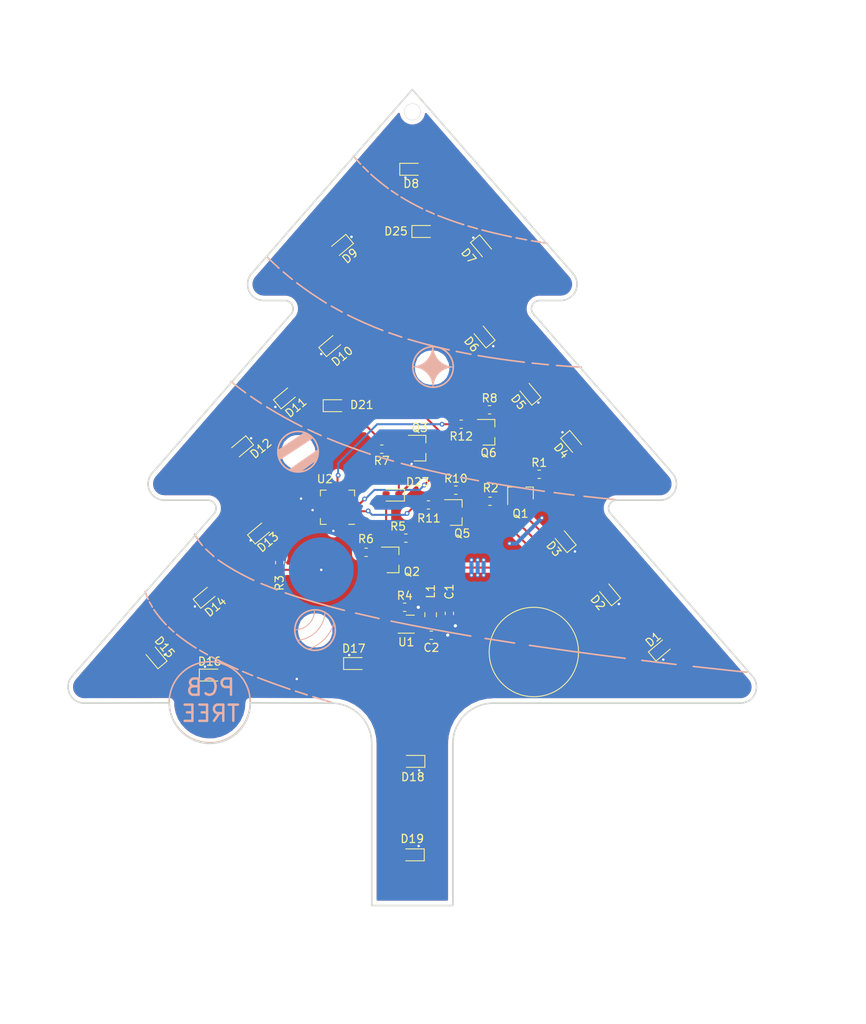
<source format=kicad_pcb>
(kicad_pcb (version 20171130) (host pcbnew "(5.1.6)-1")
  (layers (0 F.Cu signal) (31 B.Cu signal) (34 B.Paste user) (35 F.Paste user) (36 B.SilkS user) (37 F.SilkS user) (38 B.Mask user) (39 F.Mask user) (44 Edge.Cuts user))
  (net 0 "")
  (net 1 GND)
  (net 2 "Net-(C1-Pad1)")
  (net 3 +3V3)
  (net 4 "Net-(D1-Pad2)")
  (net 5 "Net-(L1-Pad2)")
  (net 6 "Net-(Q1-Pad3)")
  (net 7 "Net-(Q1-Pad1)")
  (net 8 "Net-(Q2-Pad3)")
  (net 9 "Net-(Q2-Pad1)")
  (net 10 "Net-(Q3-Pad1)")
  (net 11 "Net-(Q5-Pad3)")
  (net 12 "Net-(Q5-Pad1)")
  (net 13 "Net-(Q6-Pad1)")
  (net 14 ROW_A)
  (net 15 "Net-(R4-Pad1)")
  (net 16 ROW_B)
  (net 17 ROW_C)
  (net 18 COL_1)
  (net 19 COL_2)
  (net 20 "Net-(U2-Pad19)")
  (net 21 "Net-(U2-Pad16)")
  (net 22 "Net-(U2-Pad13)")
  (net 23 "Net-(U2-Pad11)")
  (net 24 "Net-(U2-Pad10)")
  (net 25 "Net-(U2-Pad9)")
  (net 26 "Net-(U2-Pad7)")
  (net 27 "Net-(U2-Pad5)")
  (net 28 "Net-(U2-Pad3)")
  (net 29 "Net-(U2-Pad1)")
  (net 30 "Net-(D20-Pad2)")
  (net 31 "Net-(D21-Pad1)")
  (net 32 "Net-(D22-Pad2)")
  (net 33 "Net-(D24-Pad2)")
  (net 34 "Net-(Q6-Pad3)")
  (net 35 ARRAY)
  (net 36 "Net-(R3-Pad2)")
  (net 37 "Net-(R3-Pad1)")
  (module TestPoint:TestPoint_Pad_D1.0mm (layer F.Cu) (at 163.4236 102.362)
    (fp_text reference TP7 hide)
    (fp_text value PASS_ROWC)
    (pad 1 smd circle (at 0 0) (size 1 1) (layers F.Cu F.Mask) (net 33 "Net-(D24-Pad2)"))
  )
  (module TestPoint:TestPoint_Pad_D1.0mm (layer F.Cu) (at 160.8836 102.362)
    (fp_text reference TP3 hide)
    (fp_text value PASS_ROWA)
    (pad 1 smd circle (at 0 0) (size 1 1) (layers F.Cu F.Mask) (net 30 "Net-(D20-Pad2)"))
  )
  (module TestPoint:TestPoint_Pad_D1.0mm (layer F.Cu) (at 158.3436 102.362)
    (fp_text reference TP6 hide)
    (fp_text value PASS_ROWB)
    (pad 1 smd circle (at 0 0) (size 1 1) (layers F.Cu F.Mask) (net 32 "Net-(D22-Pad2)"))
  )
  (module TestPoint:TestPoint_Pad_D1.0mm (layer F.Cu) (at 123.2916 102.3112)
    (fp_text reference TP5 hide)
    (fp_text value PASS_VCC)
    (pad 1 smd circle (at 0 0) (size 1 1) (layers F.Cu F.Mask) (net 3 +3V3))
  )
  (module TestPoint:TestPoint_Pad_D1.0mm (layer F.Cu) (at 120.7516 102.3112)
    (fp_text reference TP4 hide)
    (fp_text value PASS_GND)
    (pad 1 smd circle (at 0 0) (size 1 1) (layers F.Cu F.Mask) (net 1 GND))
  )
  (module TestPoint:TestPoint_Pad_D1.0mm (layer F.Cu) (at 118.11 102.2604)
    (fp_text reference TP8 hide)
    (fp_text value PASS_COL2)
    (pad 1 smd circle (at 0 0) (size 1 1) (layers F.Cu F.Mask) (net 19 COL_2))
  )
  (module TestPoint:TestPoint_Pad_D4.0mm (layer B.Cu) (at 123.7742 88.8746 180)
    (fp_text reference TP2 hide)
    (fp_text value "Mode Select")
    (pad 1 smd circle (at 0 0 180) (size 8 8) (layers B.Cu) (net 36 "Net-(R3-Pad2)"))
  )
  (module "Selfmade Stuff:Tree_Mid" (layer F.Cu) (at 131.4958 35.6362)
    (fp_text reference REF** hide)
    (fp_text value Tree_Mid)
    (pad 1 smd circle (at 2.2098 0.0254) (size 0.5 0.5) (layers F.Cu))
  )
  (module TestPoint:TestPoint_Pad_D4.0mm (layer F.Cu) (at 150.0124 99.0092)
    (fp_text reference TP1 hide)
    (fp_text value BATT+)
    (pad 1 smd circle (at 0 0) (size 10 10) (layers F.Cu F.Mask) (net 2 "Net-(C1-Pad1)"))
  )
  (module Resistor_SMD:R_0603_1608Metric (layer F.Cu) (at 141.0461 70.9168 180)
    (fp_text reference R12 (at 0 -1.4986) (layer F.SilkS))
    (fp_text value 1k)
    (pad 2 smd roundrect (at 0.7875 0 180) (size 0.875 0.95) (layers F.Cu F.Paste F.Mask) (net 17 ROW_C))
    (pad 1 smd roundrect (at -0.7875 0 180) (size 0.875 0.95) (layers F.Cu F.Paste F.Mask) (net 13 "Net-(Q6-Pad1)"))
  )
  (module Resistor_SMD:R_0603_1608Metric (layer F.Cu) (at 144.5513 69.1388)
    (fp_text reference R8 (at 0 -1.43) (layer F.SilkS))
    (fp_text value 56R)
    (pad 2 smd roundrect (at 0.7875 0) (size 0.875 0.95) (layers F.Cu F.Paste F.Mask) (net 3 +3V3))
    (pad 1 smd roundrect (at -0.7875 0) (size 0.875 0.95) (layers F.Cu F.Paste F.Mask) (net 34 "Net-(Q6-Pad3)"))
  )
  (module Resistor_SMD:R_0603_1608Metric (layer F.Cu) (at 129.3115 86.7156 180)
    (fp_text reference R6 (at 0.0255 1.651) (layer F.SilkS))
    (fp_text value 1k)
    (pad 2 smd roundrect (at 0.7875 0 180) (size 0.875 0.95) (layers F.Cu F.Paste F.Mask) (net 16 ROW_B))
    (pad 1 smd roundrect (at -0.7875 0 180) (size 0.875 0.95) (layers F.Cu F.Paste F.Mask) (net 9 "Net-(Q2-Pad1)"))
  )
  (module Resistor_SMD:R_0603_1608Metric (layer F.Cu) (at 134.2135 84.963)
    (fp_text reference R5 (at -0.9651 -1.4478) (layer F.SilkS))
    (fp_text value 56R)
    (pad 2 smd roundrect (at 0.7875 0) (size 0.875 0.95) (layers F.Cu F.Paste F.Mask) (net 3 +3V3))
    (pad 1 smd roundrect (at -0.7875 0) (size 0.875 0.95) (layers F.Cu F.Paste F.Mask) (net 8 "Net-(Q2-Pad3)"))
  )
  (module Resistor_SMD:R_0603_1608Metric (layer F.Cu) (at 118.6434 87.9857 270)
    (fp_text reference R3 (at 2.5145 0.0254 90) (layer F.SilkS))
    (fp_text value 1k)
    (pad 2 smd roundrect (at 0.7875 0 270) (size 0.875 0.95) (layers F.Cu F.Paste F.Mask) (net 36 "Net-(R3-Pad2)"))
    (pad 1 smd roundrect (at -0.7875 0 270) (size 0.875 0.95) (layers F.Cu F.Paste F.Mask) (net 37 "Net-(R3-Pad1)"))
  )
  (module Package_TO_SOT_SMD:SOT-23 (layer F.Cu) (at 144.4404 71.9074)
    (fp_text reference Q6 (at -0.016 2.54) (layer F.SilkS))
    (fp_text value Q_NMOS_GSD)
    (pad 3 smd rect (at 1 0) (size 0.9 0.8) (layers F.Cu F.Paste F.Mask) (net 34 "Net-(Q6-Pad3)"))
    (pad 2 smd rect (at -1 0.95) (size 0.9 0.8) (layers F.Cu F.Paste F.Mask) (net 33 "Net-(D24-Pad2)"))
    (pad 1 smd rect (at -1 -0.95) (size 0.9 0.8) (layers F.Cu F.Paste F.Mask) (net 13 "Net-(Q6-Pad1)"))
  )
  (module Package_TO_SOT_SMD:SOT-23 (layer F.Cu) (at 132.6034 87.6502)
    (fp_text reference Q2 (at 2.3468 1.453) (layer F.SilkS))
    (fp_text value Q_NMOS_GSD)
    (pad 3 smd rect (at 1 0) (size 0.9 0.8) (layers F.Cu F.Paste F.Mask) (net 8 "Net-(Q2-Pad3)"))
    (pad 2 smd rect (at -1 0.95) (size 0.9 0.8) (layers F.Cu F.Paste F.Mask) (net 32 "Net-(D22-Pad2)"))
    (pad 1 smd rect (at -1 -0.95) (size 0.9 0.8) (layers F.Cu F.Paste F.Mask) (net 9 "Net-(Q2-Pad1)"))
  )
  (module Package_DFN_QFN:UQFN-20-1EP_4x4mm_P0.5mm_EP2.8x2.8mm (layer F.Cu) (at 125.7808 81.153 180)
    (fp_text reference U2 (at 1.5494 3.4798) (layer F.SilkS))
    (fp_text value PIC16F18344-GZ)
    (pad 21 smd rect (at 0 0 180) (size 2.8 2.8) (layers F.Cu F.Mask))
    (pad 20 smd roundrect (at -1 -1.975 180) (size 0.25 0.75) (layers F.Cu F.Paste F.Mask) (net 16 ROW_B))
    (pad 19 smd roundrect (at -0.5 -1.975 180) (size 0.25 0.75) (layers F.Cu F.Paste F.Mask) (net 20 "Net-(U2-Pad19)"))
    (pad 18 smd roundrect (at 0 -1.975 180) (size 0.25 0.75) (layers F.Cu F.Paste F.Mask) (net 3 +3V3))
    (pad 17 smd roundrect (at 0.5 -1.975 180) (size 0.25 0.75) (layers F.Cu F.Paste F.Mask) (net 1 GND))
    (pad 16 smd roundrect (at 1 -1.975 180) (size 0.25 0.75) (layers F.Cu F.Paste F.Mask) (net 21 "Net-(U2-Pad16)"))
    (pad 15 smd roundrect (at 1.975 -1 180) (size 0.75 0.25) (layers F.Cu F.Paste F.Mask) (net 37 "Net-(R3-Pad1)"))
    (pad 14 smd roundrect (at 1.975 -0.5 180) (size 0.75 0.25) (layers F.Cu F.Paste F.Mask) (net 1 GND))
    (pad 13 smd roundrect (at 1.975 0 180) (size 0.75 0.25) (layers F.Cu F.Paste F.Mask) (net 22 "Net-(U2-Pad13)"))
    (pad 12 smd roundrect (at 1.975 0.5 180) (size 0.75 0.25) (layers F.Cu F.Paste F.Mask) (net 19 COL_2))
    (pad 11 smd roundrect (at 1.975 1 180) (size 0.75 0.25) (layers F.Cu F.Paste F.Mask) (net 23 "Net-(U2-Pad11)"))
    (pad 10 smd roundrect (at 1 1.975 180) (size 0.25 0.75) (layers F.Cu F.Paste F.Mask) (net 24 "Net-(U2-Pad10)"))
    (pad 9 smd roundrect (at 0.5 1.975 180) (size 0.25 0.75) (layers F.Cu F.Paste F.Mask) (net 25 "Net-(U2-Pad9)"))
    (pad 8 smd roundrect (at 0 1.975 180) (size 0.25 0.75) (layers F.Cu F.Paste F.Mask) (net 17 ROW_C))
    (pad 7 smd roundrect (at -0.5 1.975 180) (size 0.25 0.75) (layers F.Cu F.Paste F.Mask) (net 26 "Net-(U2-Pad7)"))
    (pad 6 smd roundrect (at -1 1.975 180) (size 0.25 0.75) (layers F.Cu F.Paste F.Mask) (net 18 COL_1))
    (pad 5 smd roundrect (at -1.975 1 180) (size 0.75 0.25) (layers F.Cu F.Paste F.Mask) (net 27 "Net-(U2-Pad5)"))
    (pad 4 smd roundrect (at -1.975 0.5 180) (size 0.75 0.25) (layers F.Cu F.Paste F.Mask) (net 35 ARRAY))
    (pad 3 smd roundrect (at -1.975 0 180) (size 0.75 0.25) (layers F.Cu F.Paste F.Mask) (net 28 "Net-(U2-Pad3)"))
    (pad 2 smd roundrect (at -1.975 -0.5 180) (size 0.75 0.25) (layers F.Cu F.Paste F.Mask) (net 14 ROW_A))
    (pad 1 smd roundrect (at -1.975 -1 180) (size 0.75 0.25) (layers F.Cu F.Paste F.Mask) (net 29 "Net-(U2-Pad1)"))
  )
  (module Package_SON:WSON-6-1EP_2x2mm_P0.65mm_EP1x1.6mm (layer F.Cu) (at 134.263 95.577)
    (fp_text reference U1 (at 0.0014 2.213) (layer F.SilkS))
    (fp_text value TPS61260)
    (pad 7 smd rect (at 0 0) (size 1 1.6) (layers F.Cu F.Mask))
    (pad 6 smd roundrect (at 0.8875 -0.65) (size 0.375 0.4) (layers F.Cu F.Paste F.Mask) (net 2 "Net-(C1-Pad1)"))
    (pad 5 smd roundrect (at 0.8875 0) (size 0.375 0.4) (layers F.Cu F.Paste F.Mask) (net 5 "Net-(L1-Pad2)"))
    (pad 4 smd roundrect (at 0.8875 0.65) (size 0.375 0.4) (layers F.Cu F.Paste F.Mask) (net 3 +3V3))
    (pad 3 smd roundrect (at -0.8875 0.65) (size 0.375 0.4) (layers F.Cu F.Paste F.Mask) (net 3 +3V3))
    (pad 2 smd roundrect (at -0.8875 0) (size 0.375 0.4) (layers F.Cu F.Paste F.Mask) (net 2 "Net-(C1-Pad1)"))
    (pad 1 smd roundrect (at -0.8875 -0.65) (size 0.375 0.4) (layers F.Cu F.Paste F.Mask) (net 15 "Net-(R4-Pad1)"))
  )
  (module Resistor_SMD:R_0603_1608Metric (layer F.Cu) (at 136.9995 80.8676 180)
    (fp_text reference R11 (at -0.0589 -1.657) (layer F.SilkS))
    (fp_text value 1k)
    (pad 2 smd roundrect (at 0.7875 0 180) (size 0.875 0.95) (layers F.Cu F.Paste F.Mask) (net 14 ROW_A))
    (pad 1 smd roundrect (at -0.7875 0 180) (size 0.875 0.95) (layers F.Cu F.Paste F.Mask) (net 12 "Net-(Q5-Pad1)"))
  )
  (module Resistor_SMD:R_0603_1608Metric (layer F.Cu) (at 140.3857 79.0448)
    (fp_text reference R10 (at 0 -1.43) (layer F.SilkS))
    (fp_text value 56R)
    (pad 2 smd roundrect (at 0.7875 0) (size 0.875 0.95) (layers F.Cu F.Paste F.Mask) (net 3 +3V3))
    (pad 1 smd roundrect (at -0.7875 0) (size 0.875 0.95) (layers F.Cu F.Paste F.Mask) (net 11 "Net-(Q5-Pad3)"))
  )
  (module Resistor_SMD:R_0603_1608Metric (layer F.Cu) (at 131.2419 73.9902 180)
    (fp_text reference R7 (at 0 -1.43) (layer F.SilkS))
    (fp_text value 1k)
    (pad 2 smd roundrect (at 0.7875 0 180) (size 0.875 0.95) (layers F.Cu F.Paste F.Mask) (net 18 COL_1))
    (pad 1 smd roundrect (at -0.7875 0 180) (size 0.875 0.95) (layers F.Cu F.Paste F.Mask) (net 10 "Net-(Q3-Pad1)"))
  )
  (module Resistor_SMD:R_0603_1608Metric (layer F.Cu) (at 134.0762 93.4924)
    (fp_text reference R4 (at 0 -1.43) (layer F.SilkS))
    (fp_text value 1k)
    (pad 2 smd roundrect (at 0.7875 0) (size 0.875 0.95) (layers F.Cu F.Paste F.Mask) (net 1 GND))
    (pad 1 smd roundrect (at -0.7875 0) (size 0.875 0.95) (layers F.Cu F.Paste F.Mask) (net 15 "Net-(R4-Pad1)"))
  )
  (module Resistor_SMD:R_0603_1608Metric (layer F.Cu) (at 144.6022 80.4164 180)
    (fp_text reference R2 (at -0.0762 1.6256) (layer F.SilkS))
    (fp_text value 1k)
    (pad 2 smd roundrect (at 0.7875 0 180) (size 0.875 0.95) (layers F.Cu F.Paste F.Mask) (net 35 ARRAY))
    (pad 1 smd roundrect (at -0.7875 0 180) (size 0.875 0.95) (layers F.Cu F.Paste F.Mask) (net 7 "Net-(Q1-Pad1)"))
  )
  (module Resistor_SMD:R_0603_1608Metric (layer F.Cu) (at 150.6727 77.089)
    (fp_text reference R1 (at 0 -1.43) (layer F.SilkS))
    (fp_text value 56R)
    (pad 2 smd roundrect (at 0.7875 0) (size 0.875 0.95) (layers F.Cu F.Paste F.Mask) (net 3 +3V3))
    (pad 1 smd roundrect (at -0.7875 0) (size 0.875 0.95) (layers F.Cu F.Paste F.Mask) (net 6 "Net-(Q1-Pad3)"))
  )
  (module Package_TO_SOT_SMD:SOT-23 (layer F.Cu) (at 140.3968 81.8034)
    (fp_text reference Q5 (at 0.7764 2.5754) (layer F.SilkS))
    (fp_text value Q_NMOS_GSD)
    (pad 3 smd rect (at 1 0) (size 0.9 0.8) (layers F.Cu F.Paste F.Mask) (net 11 "Net-(Q5-Pad3)"))
    (pad 2 smd rect (at -1 0.95) (size 0.9 0.8) (layers F.Cu F.Paste F.Mask) (net 30 "Net-(D20-Pad2)"))
    (pad 1 smd rect (at -1 -0.95) (size 0.9 0.8) (layers F.Cu F.Paste F.Mask) (net 12 "Net-(Q5-Pad1)"))
  )
  (module Package_TO_SOT_SMD:SOT-23 (layer F.Cu) (at 135.9278 73.8646)
    (fp_text reference Q3 (at 0 -2.5) (layer F.SilkS))
    (fp_text value Q_NMOS_GSD)
    (pad 3 smd rect (at 1 0) (size 0.9 0.8) (layers F.Cu F.Paste F.Mask) (net 31 "Net-(D21-Pad1)"))
    (pad 2 smd rect (at -1 0.95) (size 0.9 0.8) (layers F.Cu F.Paste F.Mask) (net 1 GND))
    (pad 1 smd rect (at -1 -0.95) (size 0.9 0.8) (layers F.Cu F.Paste F.Mask) (net 10 "Net-(Q3-Pad1)"))
  )
  (module Package_TO_SOT_SMD:SOT-23 (layer F.Cu) (at 148.3614 79.4258 90)
    (fp_text reference Q1 (at -2.5146 0 180) (layer F.SilkS))
    (fp_text value Q_NMOS_GSD)
    (pad 3 smd rect (at 1 0 90) (size 0.9 0.8) (layers F.Cu F.Paste F.Mask) (net 6 "Net-(Q1-Pad3)"))
    (pad 2 smd rect (at -1 0.95 90) (size 0.9 0.8) (layers F.Cu F.Paste F.Mask) (net 4 "Net-(D1-Pad2)"))
    (pad 1 smd rect (at -1 -0.95 90) (size 0.9 0.8) (layers F.Cu F.Paste F.Mask) (net 7 "Net-(Q1-Pad1)"))
  )
  (module Inductor_SMD:L_0805_2012Metric (layer F.Cu) (at 137.2766 94.4091 270)
    (fp_text reference L1 (at -2.8725 0 90) (layer F.SilkS))
    (fp_text value 4.7µ)
    (pad 2 smd roundrect (at 0.9375 0 270) (size 0.975 1.4) (layers F.Cu F.Paste F.Mask) (net 5 "Net-(L1-Pad2)"))
    (pad 1 smd roundrect (at -0.9375 0 270) (size 0.975 1.4) (layers F.Cu F.Paste F.Mask) (net 2 "Net-(C1-Pad1)"))
  )
  (module LED_SMD:LED_0603_1608Metric (layer F.Cu) (at 136.4488 47.1424)
    (fp_text reference D25 (at -3.4544 -0.0254) (layer F.SilkS))
    (fp_text value LED_Small)
    (pad 2 smd roundrect (at 0.7875 0) (size 0.875 0.95) (layers F.Cu F.Paste F.Mask) (net 33 "Net-(D24-Pad2)"))
    (pad 1 smd roundrect (at -0.7875 0) (size 0.875 0.95) (layers F.Cu F.Paste F.Mask) (net 31 "Net-(D21-Pad1)"))
  )
  (module LED_SMD:LED_0603_1608Metric (layer F.Cu) (at 132.5625 79.6544 180)
    (fp_text reference D23 (at -3.1243 1.6002) (layer F.SilkS))
    (fp_text value LED_Small)
    (pad 2 smd roundrect (at 0.7875 0 180) (size 0.875 0.95) (layers F.Cu F.Paste F.Mask) (net 32 "Net-(D22-Pad2)"))
    (pad 1 smd roundrect (at -0.7875 0 180) (size 0.875 0.95) (layers F.Cu F.Paste F.Mask) (net 31 "Net-(D21-Pad1)"))
  )
  (module LED_SMD:LED_0603_1608Metric (layer F.Cu) (at 125.5013 68.6308)
    (fp_text reference D21 (at 3.2767 -0.1016) (layer F.SilkS))
    (fp_text value LED_Small)
    (pad 2 smd roundrect (at 0.7875 0) (size 0.875 0.95) (layers F.Cu F.Paste F.Mask) (net 30 "Net-(D20-Pad2)"))
    (pad 1 smd roundrect (at -0.7875 0) (size 0.875 0.95) (layers F.Cu F.Paste F.Mask) (net 31 "Net-(D21-Pad1)"))
  )
  (module LED_SMD:LED_0603_1608Metric (layer F.Cu) (at 135.001 124.0282 180)
    (fp_text reference D19 (at 0 1.9812) (layer F.SilkS))
    (fp_text value LED_Small)
    (pad 2 smd roundrect (at 0.7875 0 180) (size 0.875 0.95) (layers F.Cu F.Paste F.Mask) (net 4 "Net-(D1-Pad2)"))
    (pad 1 smd roundrect (at -0.7875 0 180) (size 0.875 0.95) (layers F.Cu F.Paste F.Mask) (net 1 GND))
  )
  (module LED_SMD:LED_0603_1608Metric (layer F.Cu) (at 135.0772 112.4966 180)
    (fp_text reference D18 (at 0 -1.9304) (layer F.SilkS))
    (fp_text value LED_Small)
    (pad 2 smd roundrect (at 0.7875 0 180) (size 0.875 0.95) (layers F.Cu F.Paste F.Mask) (net 4 "Net-(D1-Pad2)"))
    (pad 1 smd roundrect (at -0.7875 0 180) (size 0.875 0.95) (layers F.Cu F.Paste F.Mask) (net 1 GND))
  )
  (module LED_SMD:LED_0603_1608Metric (layer F.Cu) (at 128.016 100.4316)
    (fp_text reference D17 (at -0.2286 -1.8542) (layer F.SilkS))
    (fp_text value LED_Small)
    (pad 2 smd roundrect (at 0.7875 0) (size 0.875 0.95) (layers F.Cu F.Paste F.Mask) (net 4 "Net-(D1-Pad2)"))
    (pad 1 smd roundrect (at -0.7875 0) (size 0.875 0.95) (layers F.Cu F.Paste F.Mask) (net 1 GND))
  )
  (module LED_SMD:LED_0603_1608Metric (layer F.Cu) (at 110.2105 101.854)
    (fp_text reference D16 (at -0.2031 -1.6764) (layer F.SilkS))
    (fp_text value LED_Small)
    (pad 2 smd roundrect (at 0.7875 0) (size 0.875 0.95) (layers F.Cu F.Paste F.Mask) (net 4 "Net-(D1-Pad2)"))
    (pad 1 smd roundrect (at -0.7875 0) (size 0.875 0.95) (layers F.Cu F.Paste F.Mask) (net 1 GND))
  )
  (module LED_SMD:LED_0603_1608Metric (layer F.Cu) (at 103.2256 99.4664 130)
    (fp_text reference D15 (at 0.03353 1.619687 130) (layer F.SilkS))
    (fp_text value LED_Small)
    (pad 2 smd roundrect (at 0.7875 0 130) (size 0.875 0.95) (layers F.Cu F.Paste F.Mask) (net 4 "Net-(D1-Pad2)"))
    (pad 1 smd roundrect (at -0.7875 0 130) (size 0.875 0.95) (layers F.Cu F.Paste F.Mask) (net 1 GND))
  )
  (module LED_SMD:LED_0603_1608Metric (layer F.Cu) (at 109.5756 92.1004 40)
    (fp_text reference D14 (at 0.010268 1.765955 40) (layer F.SilkS))
    (fp_text value LED_Small)
    (pad 2 smd roundrect (at 0.7875 0 40) (size 0.875 0.95) (layers F.Cu F.Paste F.Mask) (net 4 "Net-(D1-Pad2)"))
    (pad 1 smd roundrect (at -0.7875 0 40) (size 0.875 0.95) (layers F.Cu F.Paste F.Mask) (net 1 GND))
  )
  (module LED_SMD:LED_0603_1608Metric (layer F.Cu) (at 116.28754 84.173795 40)
    (fp_text reference D13 (at -0.138213 1.577406 40) (layer F.SilkS))
    (fp_text value LED_Small)
    (pad 2 smd roundrect (at 0.7875 0 40) (size 0.875 0.95) (layers F.Cu F.Paste F.Mask) (net 4 "Net-(D1-Pad2)"))
    (pad 1 smd roundrect (at -0.7875 0 40) (size 0.875 0.95) (layers F.Cu F.Paste F.Mask) (net 1 GND))
  )
  (module LED_SMD:LED_0603_1608Metric (layer F.Cu) (at 113.79834 73.861395 220)
    (fp_text reference D12 (at -1.907082 -1.668903 40) (layer F.SilkS))
    (fp_text value LED_Small)
    (pad 2 smd roundrect (at 0.7875 0 220) (size 0.875 0.95) (layers F.Cu F.Paste F.Mask) (net 4 "Net-(D1-Pad2)"))
    (pad 1 smd roundrect (at -0.7875 0 220) (size 0.875 0.95) (layers F.Cu F.Paste F.Mask) (net 1 GND))
  )
  (module LED_SMD:LED_0603_1608Metric (layer F.Cu) (at 119.48794 67.511395 40)
    (fp_text reference D11 (at 0.023709 1.77959 40) (layer F.SilkS))
    (fp_text value LED_Small)
    (pad 2 smd roundrect (at 0.7875 0 40) (size 0.875 0.95) (layers F.Cu F.Paste F.Mask) (net 4 "Net-(D1-Pad2)"))
    (pad 1 smd roundrect (at -0.7875 0 40) (size 0.875 0.95) (layers F.Cu F.Paste F.Mask) (net 1 GND))
  )
  (module LED_SMD:LED_0603_1608Metric (layer F.Cu) (at 125.07594 61.059795 40)
    (fp_text reference D10 (at 0.039362 1.958511 40) (layer F.SilkS))
    (fp_text value LED_Small)
    (pad 2 smd roundrect (at 0.7875 0 40) (size 0.875 0.95) (layers F.Cu F.Paste F.Mask) (net 4 "Net-(D1-Pad2)"))
    (pad 1 smd roundrect (at -0.7875 0 40) (size 0.875 0.95) (layers F.Cu F.Paste F.Mask) (net 1 GND))
  )
  (module LED_SMD:LED_0603_1608Metric (layer F.Cu) (at 126.14274 49.020195 220)
    (fp_text reference D9 (at -0.173781 -1.640256 40) (layer F.SilkS))
    (fp_text value LED_Small)
    (pad 2 smd roundrect (at 0.7875 0 220) (size 0.875 0.95) (layers F.Cu F.Paste F.Mask) (net 4 "Net-(D1-Pad2)"))
    (pad 1 smd roundrect (at -0.7875 0 220) (size 0.875 0.95) (layers F.Cu F.Paste F.Mask) (net 1 GND))
  )
  (module LED_SMD:LED_0603_1608Metric (layer F.Cu) (at 134.9501 39.4716)
    (fp_text reference D8 (at -0.0761 1.778) (layer F.SilkS))
    (fp_text value LED_Small)
    (pad 2 smd roundrect (at 0.7875 0) (size 0.875 0.95) (layers F.Cu F.Paste F.Mask) (net 4 "Net-(D1-Pad2)"))
    (pad 1 smd roundrect (at -0.7875 0) (size 0.875 0.95) (layers F.Cu F.Paste F.Mask) (net 1 GND))
  )
  (module LED_SMD:LED_0603_1608Metric (layer F.Cu) (at 143.7132 49.1744 310)
    (fp_text reference D7 (at -0.367706 1.979315 130) (layer F.SilkS))
    (fp_text value LED_Small)
    (pad 2 smd roundrect (at 0.7875 0 310) (size 0.875 0.95) (layers F.Cu F.Paste F.Mask) (net 4 "Net-(D1-Pad2)"))
    (pad 1 smd roundrect (at -0.7875 0 310) (size 0.875 0.95) (layers F.Cu F.Paste F.Mask) (net 1 GND))
  )
  (module LED_SMD:LED_0603_1608Metric (layer F.Cu) (at 143.7132 59.8932 130)
    (fp_text reference D6 (at 0.002928 -1.821197 130) (layer F.SilkS))
    (fp_text value LED_Small)
    (pad 2 smd roundrect (at 0.7875 0 130) (size 0.875 0.95) (layers F.Cu F.Paste F.Mask) (net 4 "Net-(D1-Pad2)"))
    (pad 1 smd roundrect (at -0.7875 0 130) (size 0.875 0.95) (layers F.Cu F.Paste F.Mask) (net 1 GND))
  )
  (module LED_SMD:LED_0603_1608Metric (layer F.Cu) (at 149.3774 66.96074 130)
    (fp_text reference D5 (at -0.112764 -1.752488 130) (layer F.SilkS))
    (fp_text value LED_Small)
    (pad 2 smd roundrect (at 0.7875 0 130) (size 0.875 0.95) (layers F.Cu F.Paste F.Mask) (net 4 "Net-(D1-Pad2)"))
    (pad 1 smd roundrect (at -0.7875 0 130) (size 0.875 0.95) (layers F.Cu F.Paste F.Mask) (net 1 GND))
  )
  (module LED_SMD:LED_0603_1608Metric (layer F.Cu) (at 154.836595 73.29806 310)
    (fp_text reference D4 (at -0.243597 1.68321 130) (layer F.SilkS))
    (fp_text value LED_Small)
    (pad 2 smd roundrect (at 0.7875 0 310) (size 0.875 0.95) (layers F.Cu F.Paste F.Mask) (net 4 "Net-(D1-Pad2)"))
    (pad 1 smd roundrect (at -0.7875 0 310) (size 0.875 0.95) (layers F.Cu F.Paste F.Mask) (net 1 GND))
  )
  (module LED_SMD:LED_0603_1608Metric (layer F.Cu) (at 153.7208 85.1408 130)
    (fp_text reference D3 (at -0.075575 -1.688125 130) (layer F.SilkS))
    (fp_text value LED_Small)
    (pad 2 smd roundrect (at 0.7875 0 130) (size 0.875 0.95) (layers F.Cu F.Paste F.Mask) (net 4 "Net-(D1-Pad2)"))
    (pad 1 smd roundrect (at -0.7875 0 130) (size 0.875 0.95) (layers F.Cu F.Paste F.Mask) (net 1 GND))
  )
  (module LED_SMD:LED_0603_1608Metric (layer F.Cu) (at 159.209005 91.70034 130)
    (fp_text reference D2 (at -0.095277 -1.773328 130) (layer F.SilkS))
    (fp_text value LED_Small)
    (pad 2 smd roundrect (at 0.7875 0 130) (size 0.875 0.95) (layers F.Cu F.Paste F.Mask) (net 4 "Net-(D1-Pad2)"))
    (pad 1 smd roundrect (at -0.7875 0 130) (size 0.875 0.95) (layers F.Cu F.Paste F.Mask) (net 1 GND))
  )
  (module LED_SMD:LED_0603_1608Metric (layer F.Cu) (at 165.75406 98.604605 40)
    (fp_text reference D1 (at -0.037578 -1.525968 40) (layer F.SilkS))
    (fp_text value LED_Small)
    (pad 2 smd roundrect (at 0.7875 0 40) (size 0.875 0.95) (layers F.Cu F.Paste F.Mask) (net 4 "Net-(D1-Pad2)"))
    (pad 1 smd roundrect (at -0.7875 0 40) (size 0.875 0.95) (layers F.Cu F.Paste F.Mask) (net 1 GND))
  )
  (module Capacitor_SMD:C_0603_1608Metric (layer F.Cu) (at 137.3529 96.9468)
    (fp_text reference C2 (at 0.0103 1.529) (layer F.SilkS))
    (fp_text value 10µ)
    (pad 2 smd roundrect (at 0.7875 0) (size 0.875 0.95) (layers F.Cu F.Paste F.Mask) (net 1 GND))
    (pad 1 smd roundrect (at -0.7875 0) (size 0.875 0.95) (layers F.Cu F.Paste F.Mask) (net 3 +3V3))
  )
  (module Capacitor_SMD:C_0603_1608Metric (layer F.Cu) (at 139.588 94.2545 270)
    (fp_text reference C1 (at -2.6875 0.015 90) (layer F.SilkS))
    (fp_text value 10µ)
    (pad 2 smd roundrect (at 0.7875 0 270) (size 0.875 0.95) (layers F.Cu F.Paste F.Mask) (net 1 GND))
    (pad 1 smd roundrect (at -0.7875 0 270) (size 0.875 0.95) (layers F.Cu F.Paste F.Mask) (net 2 "Net-(C1-Pad1)"))
  )
  (gr_poly (pts (xy 122.682 72.5678) (xy 118.6434 75.2602) (xy 118.4656 74.1172) (xy 121.7168 71.9582)) (layer B.SilkS) (width 0.1))
  (gr_poly (pts (xy 123.19 75.2856) (xy 121.2088 76.7334) (xy 119.888 76.6064) (xy 123.3424 74.1426)) (layer B.SilkS) (width 0.1))
  (gr_line (start 121.158 76.7842) (end 123.2154 75.2856) (layer B.SilkS) (width 0.12))
  (gr_line (start 119.8372 76.5302) (end 123.3932 74.0664) (layer B.SilkS) (width 0.12))
  (gr_line (start 118.618 75.2856) (end 122.7328 72.5932) (layer B.SilkS) (width 0.12))
  (gr_line (start 118.4148 74.168) (end 121.7422 71.9582) (layer B.SilkS) (width 0.12))
  (gr_poly (pts (xy 137.6426 62.0268) (xy 137.7696 62.357) (xy 138.1252 62.9412) (xy 138.557 63.373) (xy 138.938 63.5762) (xy 139.446 63.8048) (xy 139.6746 63.8556) (xy 139.319 63.9318) (xy 138.7348 64.1604) (xy 138.2014 64.643) (xy 137.8966 65.1002) (xy 137.7188 65.4812) (xy 137.5918 65.8368) (xy 137.3886 65.2526) (xy 137.0584 64.7446) (xy 136.5758 64.2874) (xy 136.144 64.0334) (xy 135.7122 63.881) (xy 135.4582 63.7794) (xy 136.0424 63.6524) (xy 136.6012 63.3222) (xy 137.2108 62.5602) (xy 137.414 62.0776) (xy 137.541 61.6712)) (layer B.SilkS) (width 0.1))
  (gr_arc (start 135.0518 61.3664) (end 135.0518 63.825629) (angle -90.24390682) (layer B.SilkS) (width 0.12))
  (gr_arc (start 140.081 61.341) (end 137.570949 61.330277) (angle -90.24479033) (layer B.SilkS) (width 0.12))
  (gr_arc (start 140.0556 66.3448) (end 140.0556 63.8556) (angle -90.58463052) (layer B.SilkS) (width 0.12))
  (gr_arc (start 135.0518 66.3448) (end 137.570947 66.355677) (angle -90.24740889) (layer B.SilkS) (width 0.12))
  (gr_arc (start 120.5484 93.8784) (end 122.148599 98.678999) (angle -53.0387216) (layer B.SilkS) (width 0.12))
  (gr_arc (start 120.5484 93.8784) (end 120.8786 97.5614) (angle -78.98333306) (layer B.SilkS) (width 0.12))
  (gr_arc (start 120.5484 93.8784) (end 120.5484 96.266) (angle -90) (layer B.SilkS) (width 0.12))
  (gr_text "PCB\nTREE" (at 110.109 104.9782) (layer B.SilkS) (effects (font (size 2 2) (thickness 0.3)) (justify mirror)))
  (gr_curve (pts (xy 134.912544 43.63772) (xy 135.352462 43.877322) (xy 135.803332 44.110174) (xy 136.265236 44.336224)) (layer B.SilkS) (width 0.2))
  (gr_curve (pts (xy 125.031078 56.351932) (xy 125.692662 56.719209) (xy 125.692662 56.719209) (xy 126.354245 57.086487)) (layer B.SilkS) (width 0.2))
  (gr_curve (pts (xy 145.955043 62.890733) (xy 146.902638 63.02673) (xy 147.862101 63.153129) (xy 148.8331 63.270199)) (layer B.SilkS) (width 0.2))
  (gr_curve (pts (xy 136.984476 61.122098) (xy 137.827693 61.342499) (xy 138.685214 61.551333) (xy 139.556629 61.748931)) (layer B.SilkS) (width 0.2))
  (gr_curve (pts (xy 134.49815 60.425862) (xy 135.312347 60.669729) (xy 136.141259 60.901697) (xy 136.984476 61.122098)) (layer B.SilkS) (width 0.2))
  (gr_curve (pts (xy 132.13143 59.632907) (xy 132.915236 59.90135) (xy 132.915236 59.90135) (xy 133.699043 60.169792)) (layer B.SilkS) (width 0.2))
  (gr_curve (pts (xy 141.910018 46.475181) (xy 142.474564 46.637954) (xy 142.474564 46.637954) (xy 143.039111 46.800728)) (layer B.SilkS) (width 0.2))
  (gr_curve (pts (xy 129.15045 58.434406) (xy 129.872474 58.752808) (xy 130.609924 59.058737) (xy 131.362923 59.352093)) (layer B.SilkS) (width 0.2))
  (gr_curve (pts (xy 147.83492 47.930649) (xy 148.467008 48.051785) (xy 148.467008 48.051785) (xy 149.099097 48.17292)) (layer B.SilkS) (width 0.2))
  (gr_curve (pts (xy 136.738139 44.555493) (xy 137.221888 44.768077) (xy 137.221888 44.768077) (xy 137.705637 44.98066)) (layer B.SilkS) (width 0.2))
  (gr_curve (pts (xy 129.897815 40.088749) (xy 130.23505 40.391654) (xy 130.58184 40.688669) (xy 130.938399 40.979661)) (layer B.SilkS) (width 0.2))
  (gr_curve (pts (xy 127.030529 57.441878) (xy 127.721826 57.785127) (xy 128.428425 58.116003) (xy 129.15045 58.434406)) (layer B.SilkS) (width 0.2))
  (gr_curve (pts (xy 143.612876 46.957818) (xy 144.19556 47.10941) (xy 144.786876 47.255681) (xy 145.386589 47.396775)) (layer B.SilkS) (width 0.2))
  (gr_curve (pts (xy 122.528545 54.766537) (xy 123.133251 55.179808) (xy 123.751699 55.581967) (xy 124.384195 55.972766)) (layer B.SilkS) (width 0.2))
  (gr_curve (pts (xy 149.739032 48.289219) (xy 150.386689 48.400757) (xy 151.042003 48.507574) (xy 151.704975 48.609671)) (layer B.SilkS) (width 0.2))
  (gr_curve (pts (xy 120.755346 53.493634) (xy 121.332874 53.928882) (xy 121.923839 54.353266) (xy 122.528545 54.766537)) (layer B.SilkS) (width 0.2))
  (gr_curve (pts (xy 119.0882 52.134971) (xy 119.639591 52.591356) (xy 119.639591 52.591356) (xy 120.190981 53.047741)) (layer B.SilkS) (width 0.2))
  (gr_curve (pts (xy 138.200231 45.186556) (xy 138.70552 45.385861) (xy 139.221231 45.57874) (xy 139.747072 45.765375)) (layer B.SilkS) (width 0.2))
  (gr_curve (pts (xy 117.010948 50.205675) (xy 117.511211 50.703404) (xy 118.024156 51.190878) (xy 118.549785 51.668094)) (layer B.SilkS) (width 0.2))
  (gr_curve (pts (xy 139.747072 45.765375) (xy 140.272912 45.952009) (xy 140.808883 46.132399) (xy 141.35469 46.306724)) (layer B.SilkS) (width 0.2))
  (gr_curve (pts (xy 133.625556 42.89871) (xy 134.043656 43.151763) (xy 134.472625 43.398117) (xy 134.912544 43.63772)) (layer B.SilkS) (width 0.2))
  (gr_curve (pts (xy 132.424146 42.106943) (xy 132.821134 42.373012) (xy 132.821134 42.373012) (xy 133.218122 42.639081)) (layer B.SilkS) (width 0.2))
  (gr_curve (pts (xy 130.938399 40.979661) (xy 131.294958 41.270653) (xy 131.661288 41.555622) (xy 132.037604 41.834434)) (layer B.SilkS) (width 0.2))
  (gr_circle (center 123.010948 96.305676) (end 120.510948 96.305676) (layer B.SilkS) (width 0.2))
  (gr_circle (center 120.910948 74.305676) (end 118.410948 74.305676) (layer B.SilkS) (width 0.2))
  (gr_circle (center 137.570948 63.855677) (end 135.070947 63.855677) (layer B.SilkS) (width 0.2))
  (gr_circle (center 110.010948 105.205676) (end 105.010948 105.205676) (layer B.SilkS) (width 0.2))
  (gr_curve (pts (xy 127.749287 37.83765) (xy 128.031578 38.174426) (xy 128.322888 38.505643) (xy 128.623218 38.831299)) (layer B.SilkS) (width 0.2))
  (gr_curve (pts (xy 115.065485 67.485303) (xy 115.715854 67.922458) (xy 115.715854 67.922458) (xy 116.366223 68.359613)) (layer B.SilkS) (width 0.2))
  (gr_curve (pts (xy 112.636302 65.651973) (xy 113.218014 66.122884) (xy 113.816758 66.585421) (xy 114.432535 67.039583)) (layer B.SilkS) (width 0.2))
  (gr_curve (pts (xy 152.806557 63.666139) (xy 153.821932 63.747325) (xy 154.848134 63.819756) (xy 155.885162 63.883432)) (layer B.SilkS) (width 0.2))
  (gr_curve (pts (xy 143.1482 62.453682) (xy 144.071723 62.609143) (xy 145.007449 62.754737) (xy 145.955043 62.890733)) (layer B.SilkS) (width 0.2))
  (gr_curve (pts (xy 128.932641 39.15135) (xy 129.25129 39.465712) (xy 129.25129 39.465712) (xy 129.569939 39.780075)) (layer B.SilkS) (width 0.2))
  (gr_curve (pts (xy 145.386589 47.396775) (xy 145.986302 47.537869) (xy 146.59441 47.673788) (xy 147.210679 47.804676)) (layer B.SilkS) (width 0.2))
  (gr_curve (pts (xy 140.441495 61.935653) (xy 141.339387 62.111841) (xy 141.339387 62.111841) (xy 142.23728 62.288028)) (layer B.SilkS) (width 0.2))
  (gr_curve (pts (xy 149.81537 63.378156) (xy 150.808734 63.47714) (xy 150.808734 63.47714) (xy 151.802098 63.576125)) (layer B.SilkS) (width 0.2))
  (gr_curve (pts (xy 169.694716 100.790789) (xy 171.865253 101.032873) (xy 174.06827 101.270983) (xy 176.303769 101.505118)) (layer B.SilkS) (width 0.2))
  (gr_curve (pts (xy 155.27104 99.001976) (xy 157.237354 99.269048) (xy 159.239716 99.53171) (xy 161.276908 99.79011)) (layer B.SilkS) (width 0.2))
  (gr_curve (pts (xy 128.017817 94.213958) (xy 129.458418 94.545356) (xy 129.458418 94.545356) (xy 130.899019 94.876754)) (layer B.SilkS) (width 0.2))
  (gr_curve (pts (xy 119.335148 91.722682) (xy 120.432455 92.096085) (xy 121.590054 92.462111) (xy 122.806417 92.820946)) (layer B.SilkS) (width 0.2))
  (gr_curve (pts (xy 113.066793 88.935994) (xy 113.796235 89.354409) (xy 114.586176 89.765421) (xy 115.437324 90.168943)) (layer B.SilkS) (width 0.2))
  (gr_curve (pts (xy 111.059262 87.658629) (xy 111.668411 88.091763) (xy 112.337352 88.51758) (xy 113.066793 88.935994)) (layer B.SilkS) (width 0.2))
  (gr_curve (pts (xy 109.525161 86.323336) (xy 110.017106 86.77081) (xy 110.017106 86.77081) (xy 110.509051 87.218284)) (layer B.SilkS) (width 0.2))
  (gr_curve (pts (xy 152.513953 79.350122) (xy 153.740322 79.504086) (xy 153.740322 79.504086) (xy 154.966691 79.658051)) (layer B.SilkS) (width 0.2))
  (gr_curve (pts (xy 104.926297 95.938332) (xy 105.249547 96.233871) (xy 105.249547 96.233871) (xy 105.572797 96.52941)) (layer B.SilkS) (width 0.2))
  (gr_curve (pts (xy 124.557584 72.658332) (xy 125.394987 73.003532) (xy 126.252648 73.338772) (xy 127.130632 73.66402)) (layer B.SilkS) (width 0.2))
  (gr_curve (pts (xy 102.025058 91.536979) (xy 102.136543 91.866912) (xy 102.264789 92.194123) (xy 102.409796 92.518612)) (layer B.SilkS) (width 0.2))
  (gr_curve (pts (xy 133.6606 75.751924) (xy 134.658662 76.018136) (xy 135.675651 76.275042) (xy 136.710989 76.522927)) (layer B.SilkS) (width 0.2))
  (gr_curve (pts (xy 132.392669 95.201661) (xy 133.937229 95.520338) (xy 135.530456 95.833061) (xy 137.170217 96.14009)) (layer B.SilkS) (width 0.2))
  (gr_curve (pts (xy 108.771402 98.794222) (xy 109.246631 99.065077) (xy 109.246631 99.065077) (xy 109.72186 99.335931)) (layer B.SilkS) (width 0.2))
  (gr_curve (pts (xy 117.865184 102.885874) (xy 118.52891 103.126113) (xy 119.205966 103.364187) (xy 119.895946 103.600163)) (layer B.SilkS) (width 0.2))
  (gr_curve (pts (xy 140.960084 77.461495) (xy 142.065292 77.675028) (xy 142.065292 77.675028) (xy 143.1705 77.888561)) (layer B.SilkS) (width 0.2))
  (gr_curve (pts (xy 122.755905 104.527815) (xy 123.495492 104.755733) (xy 124.247173 104.981687) (xy 125.010948 105.205676)) (layer B.SilkS) (width 0.2))
  (gr_curve (pts (xy 120.598534 103.83409) (xy 121.313524 104.066003) (xy 121.313524 104.066003) (xy 122.028514 104.297916)) (layer B.SilkS) (width 0.2))
  (gr_curve (pts (xy 117.034011 68.788205) (xy 117.719465 69.208111) (xy 118.422939 69.619157) (xy 119.144821 70.021153)) (layer B.SilkS) (width 0.2))
  (gr_curve (pts (xy 107.057052 97.680502) (xy 107.456994 97.963584) (xy 107.876154 98.243545) (xy 108.314415 98.520404)) (layer B.SilkS) (width 0.2))
  (gr_curve (pts (xy 102.571703 92.840356) (xy 102.750741 93.159317) (xy 102.750741 93.159317) (xy 102.929779 93.478279)) (layer B.SilkS) (width 0.2))
  (gr_curve (pts (xy 137.170217 96.14009) (xy 138.809977 96.447119) (xy 140.496269 96.748454) (xy 142.226957 97.044358)) (layer B.SilkS) (width 0.2))
  (gr_curve (pts (xy 136.710989 76.522927) (xy 137.746326 76.770812) (xy 138.800012 77.009676) (xy 139.871468 77.239804)) (layer B.SilkS) (width 0.2))
  (gr_curve (pts (xy 103.125947 93.794458) (xy 103.339477 94.107817) (xy 103.570688 94.418305) (xy 103.819918 94.725866)) (layer B.SilkS) (width 0.2))
  (gr_curve (pts (xy 144.000004 97.335078) (xy 145.81363 97.620833) (xy 145.81363 97.620833) (xy 147.627256 97.906588)) (layer B.SilkS) (width 0.2))
  (gr_curve (pts (xy 110.215331 99.603823) (xy 110.72656 99.868831) (xy 111.254956 100.13105) (xy 111.799916 100.390579)) (layer B.SilkS) (width 0.2))
  (gr_curve (pts (xy 103.819918 94.725866) (xy 104.069147 95.033427) (xy 104.336394 95.338062) (xy 104.621995 95.639716)) (layer B.SilkS) (width 0.2))
  (gr_curve (pts (xy 149.48146 98.187378) (xy 151.37446 98.463421) (xy 153.304726 98.734904) (xy 155.27104 99.001976)) (layer B.SilkS) (width 0.2))
  (gr_curve (pts (xy 127.130632 73.66402) (xy 128.008617 73.989268) (xy 128.906924 74.304524) (xy 129.825621 74.609756)) (layer B.SilkS) (width 0.2))
  (gr_curve (pts (xy 115.914402 102.158595) (xy 116.551061 102.40323) (xy 117.201457 102.645635) (xy 117.865184 102.885874)) (layer B.SilkS) (width 0.2))
  (gr_curve (pts (xy 114.076722 101.412946) (xy 114.684351 101.662297) (xy 114.684351 101.662297) (xy 115.29198 101.911647)) (layer B.SilkS) (width 0.2))
  (gr_curve (pts (xy 111.799916 100.390579) (xy 112.344876 100.650108) (xy 112.906401 100.906947) (xy 113.483887 101.161193)) (layer B.SilkS) (width 0.2))
  (gr_curve (pts (xy 108.134562 84.462816) (xy 108.396424 84.938443) (xy 108.7154 85.407081) (xy 109.091483 85.868732)) (layer B.SilkS) (width 0.2))
  (gr_curve (pts (xy 105.914995 96.821871) (xy 106.276385 97.111215) (xy 106.65711 97.397419) (xy 107.057052 97.680502)) (layer B.SilkS) (width 0.2))
  (gr_curve (pts (xy 130.764524 74.905053) (xy 131.723269 75.190595) (xy 131.723269 75.190595) (xy 132.682014 75.476137)) (layer B.SilkS) (width 0.2))
  (gr_curve (pts (xy 163.348023 100.044359) (xy 165.452475 100.294528) (xy 165.452475 100.294528) (xy 167.556927 100.544698)) (layer B.SilkS) (width 0.2))
  (gr_curve (pts (xy 116.350241 90.564908) (xy 117.324697 90.953343) (xy 117.324697 90.953343) (xy 118.299153 91.341778)) (layer B.SilkS) (width 0.2))
  (gr_curve (pts (xy 122.144373 71.57406) (xy 122.94225 71.938693) (xy 122.94225 71.938693) (xy 123.740127 72.303326)) (layer B.SilkS) (width 0.2))
  (gr_curve (pts (xy 144.292299 78.093938) (xy 145.43012 78.291437) (xy 146.583432 78.481319) (xy 147.7518 78.6638)) (layer B.SilkS) (width 0.2))
  (gr_curve (pts (xy 119.144821 70.021153) (xy 119.866703 70.423149) (xy 120.606992 70.816095) (xy 121.366075 71.199801)) (layer B.SilkS) (width 0.2))
  (gr_curve (pts (xy 156.207109 79.805108) (xy 157.461349 79.94537) (xy 158.729294 80.078893) (xy 160.010948 80.205676)) (layer B.SilkS) (width 0.2))
  (gr_curve (pts (xy 122.806417 92.820946) (xy 124.02278 93.179782) (xy 125.297907 93.531427) (xy 126.630267 93.876069)) (layer B.SilkS) (width 0.2))
  (gr_curve (pts (xy 147.7518 78.6638) (xy 148.920168 78.846281) (xy 150.103591 79.021359) (xy 151.301633 79.18925)) (layer B.SilkS) (width 0.2))
  (gr_circle (center 135.0264 32.385) (end 135.0518 33.401) (layer Edge.Cuts) (width 0.05))
  (gr_line (start 130.00345 130.278392) (end 140.019849 130.278392) (layer Edge.Cuts) (width 0.2))
  (gr_arc (start 165.617978 78.278392) (end 165.617978 80.278392) (angle -131.1304318) (layer Edge.Cuts) (width 0.2))
  (gr_arc (start 109.791656 81.278392) (end 110.54487 81.936168) (angle -131.1304318) (layer Edge.Cuts) (width 0.2))
  (gr_arc (start 104.40532 78.278392) (end 102.898892 76.962842) (angle -131.1304318) (layer Edge.Cuts) (width 0.2))
  (gr_arc (start 116.681107 53.657175) (end 115.174678 52.341625) (angle -131.1304318) (layer Edge.Cuts) (width 0.2))
  (gr_arc (start 175.493572 103.31555) (end 175.493572 105.31555) (angle -131.1304318) (layer Edge.Cuts) (width 0.2))
  (gr_line (start 130.00345 130.278392) (end 130.00345 110.31555) (layer Edge.Cuts) (width 0.2))
  (gr_arc (start 110.019849 105.278392) (end 105.019849 105.278392) (angle -180) (layer Edge.Cuts) (width 0.2))
  (gr_arc (start 153.342192 53.657175) (end 153.342192 55.657175) (angle -131.1304318) (layer Edge.Cuts) (width 0.2))
  (gr_arc (start 125.00345 110.31555) (end 130.00345 110.31555) (angle -90) (layer Edge.Cuts) (width 0.2))
  (gr_arc (start 94.529727 103.31555) (end 93.023299 102) (angle -131.1304318) (layer Edge.Cuts) (width 0.2))
  (gr_line (start 105.019849 105.278392) (end 94.529727 105.31555) (layer Edge.Cuts) (width 0.2))
  (gr_arc (start 150.719287 56.657175) (end 150.719287 55.657175) (angle -131.1304318) (layer Edge.Cuts) (width 0.2))
  (gr_line (start 115.174678 52.341625) (end 135.01165 29.626443) (layer Edge.Cuts) (width 0.2))
  (gr_arc (start 119.304012 56.657175) (end 120.057226 57.314951) (angle -131.1304318) (layer Edge.Cuts) (width 0.2))
  (gr_line (start 115.019849 105.278392) (end 125.00345 105.31555) (layer Edge.Cuts) (width 0.2))
  (gr_arc (start 145.019848 110.31555) (end 145.019848 105.31555) (angle -90) (layer Edge.Cuts) (width 0.2))
  (gr_arc (start 160.231643 81.278392) (end 160.231643 80.278392) (angle -131.1304318) (layer Edge.Cuts) (width 0.2))
  (gr_line (start 119.304012 55.657175) (end 116.681107 55.657175) (layer Edge.Cuts) (width 0.2))
  (gr_line (start 109.791656 80.278392) (end 104.40532 80.278392) (layer Edge.Cuts) (width 0.2))
  (gr_line (start 93.023299 102) (end 110.54487 81.936168) (layer Edge.Cuts) (width 0.2))
  (gr_line (start 150.719287 55.657175) (end 153.342192 55.657175) (layer Edge.Cuts) (width 0.2))
  (gr_line (start 145.019848 105.31555) (end 175.493572 105.31555) (layer Edge.Cuts) (width 0.2))
  (gr_line (start 167.124407 76.962842) (end 149.966073 57.314951) (layer Edge.Cuts) (width 0.2))
  (gr_line (start 160.231643 80.278392) (end 165.617978 80.278392) (layer Edge.Cuts) (width 0.2))
  (gr_line (start 140.019849 130.278392) (end 140.019848 110.31555) (layer Edge.Cuts) (width 0.2))
  (gr_line (start 154.848621 52.341625) (end 135.01165 29.626443) (layer Edge.Cuts) (width 0.2))
  (gr_line (start 102.898892 76.962842) (end 120.057226 57.314951) (layer Edge.Cuts) (width 0.2))
  (gr_line (start 177 102) (end 159.478429 81.936168) (layer Edge.Cuts) (width 0.2))
  (via (at 120.7516 102.3366) (size 0.6) (drill 0.3) (layers F.Cu B.Cu) (net 1))
  (via (at 139.3848 96.9214) (size 0.8) (drill 0.4) (layers F.Cu B.Cu) (net 1))
  (segment (start 138.1404 96.9468) (end 139.3594 96.9468) (width 0.25) (layer F.Cu) (net 1))
  (segment (start 139.3594 96.9468) (end 139.3848 96.9214) (width 0.25) (layer F.Cu) (net 1))
  (via (at 140.3246 95.7784) (size 0.8) (drill 0.4) (layers F.Cu B.Cu) (net 1))
  (segment (start 139.588 95.042) (end 139.5882 95.042) (width 0.25) (layer F.Cu) (net 1))
  (segment (start 139.5882 95.042) (end 140.3246 95.7784) (width 0.25) (layer F.Cu) (net 1))
  (via (at 135.7526 93.4924) (size 0.8) (drill 0.4) (layers F.Cu B.Cu) (net 1))
  (segment (start 134.8637 93.4924) (end 135.7526 93.4924) (width 0.25) (layer F.Cu) (net 1))
  (segment (start 135.9558 93.4924) (end 139.3848 96.9214) (width 0.5) (layer B.Cu) (net 1))
  (segment (start 135.7526 93.4924) (end 135.9558 93.4924) (width 0.5) (layer B.Cu) (net 1))
  (segment (start 123.8058 81.653) (end 122.8518 81.653) (width 0.25) (layer F.Cu) (net 1))
  (via (at 122.7074 81.5086) (size 0.6) (drill 0.3) (layers F.Cu B.Cu) (net 1))
  (segment (start 122.8518 81.653) (end 122.7074 81.5086) (width 0.25) (layer F.Cu) (net 1))
  (segment (start 122.7074 81.5086) (end 121.285 80.0862) (width 0.5) (layer B.Cu) (net 1))
  (via (at 121.285 80.0862) (size 0.6) (drill 0.3) (layers F.Cu B.Cu) (net 1))
  (segment (start 108.97234 92.606595) (end 108.967805 92.606595) (width 0.5) (layer F.Cu) (net 1))
  (via (at 108.1786 93.3958) (size 0.6) (drill 0.3) (layers F.Cu B.Cu) (net 1))
  (segment (start 108.967805 92.606595) (end 108.1786 93.3958) (width 0.5) (layer F.Cu) (net 1))
  (via (at 104.4702 99.3394) (size 0.6) (drill 0.3) (layers F.Cu B.Cu) (net 1))
  (segment (start 103.731795 100.06966) (end 103.73994 100.06966) (width 0.5) (layer F.Cu) (net 1))
  (segment (start 103.73994 100.06966) (end 104.4702 99.3394) (width 0.5) (layer F.Cu) (net 1))
  (via (at 109.4232 100.8126) (size 0.6) (drill 0.3) (layers F.Cu B.Cu) (net 1))
  (segment (start 109.423 101.854) (end 109.423 100.8128) (width 0.5) (layer F.Cu) (net 1))
  (segment (start 109.423 100.8128) (end 109.4232 100.8126) (width 0.5) (layer F.Cu) (net 1))
  (via (at 127.2286 99.3902) (size 0.6) (drill 0.3) (layers F.Cu B.Cu) (net 1))
  (segment (start 127.2285 100.4316) (end 127.2285 99.3903) (width 0.5) (layer F.Cu) (net 1))
  (segment (start 127.2285 99.3903) (end 127.2286 99.3902) (width 0.5) (layer F.Cu) (net 1))
  (via (at 165.989 99.949) (size 0.6) (drill 0.3) (layers F.Cu B.Cu) (net 1))
  (segment (start 165.1508 99.1108) (end 165.989 99.949) (width 0.5) (layer F.Cu) (net 1))
  (segment (start 159.7152 92.3036) (end 160.5026 93.091) (width 0.5) (layer F.Cu) (net 1))
  (via (at 160.5026 93.091) (size 0.6) (drill 0.3) (layers F.Cu B.Cu) (net 1))
  (via (at 155.0924 86.614) (size 0.6) (drill 0.3) (layers F.Cu B.Cu) (net 1))
  (segment (start 154.226995 85.74406) (end 154.226995 85.748595) (width 0.5) (layer F.Cu) (net 1))
  (segment (start 154.226995 85.748595) (end 155.0924 86.614) (width 0.5) (layer F.Cu) (net 1))
  (segment (start 154.3304 72.6948) (end 153.543 71.9074) (width 0.5) (layer F.Cu) (net 1))
  (via (at 153.543 71.9074) (size 0.6) (drill 0.3) (layers F.Cu B.Cu) (net 1))
  (segment (start 149.883595 67.564) (end 149.8854 67.564) (width 0.5) (layer F.Cu) (net 1))
  (via (at 150.5712 68.2498) (size 0.6) (drill 0.3) (layers F.Cu B.Cu) (net 1))
  (segment (start 149.8854 67.564) (end 150.5712 68.2498) (width 0.5) (layer F.Cu) (net 1))
  (segment (start 144.219395 60.49646) (end 144.219395 60.500995) (width 0.5) (layer F.Cu) (net 1))
  (segment (start 144.219395 60.500995) (end 145.0086 61.2902) (width 0.5) (layer F.Cu) (net 1))
  (via (at 145.0086 61.2902) (size 0.6) (drill 0.3) (layers F.Cu B.Cu) (net 1))
  (segment (start 143.207005 48.57114) (end 143.207005 48.566605) (width 0.5) (layer F.Cu) (net 1))
  (via (at 142.5448 47.9044) (size 0.6) (drill 0.3) (layers F.Cu B.Cu) (net 1))
  (segment (start 143.207005 48.566605) (end 142.5448 47.9044) (width 0.5) (layer F.Cu) (net 1))
  (segment (start 134.1626 39.4716) (end 134.1626 40.4878) (width 0.5) (layer F.Cu) (net 1))
  (via (at 134.1626 40.4878) (size 0.6) (drill 0.3) (layers F.Cu B.Cu) (net 1))
  (segment (start 126.746 48.514) (end 126.7968 48.514) (width 0.5) (layer F.Cu) (net 1))
  (via (at 127.508 47.8028) (size 0.6) (drill 0.3) (layers F.Cu B.Cu) (net 1))
  (segment (start 126.7968 48.514) (end 127.508 47.8028) (width 0.5) (layer F.Cu) (net 1))
  (via (at 127.508 47.8028) (size 0.6) (drill 0.3) (layers F.Cu B.Cu) (net 1))
  (segment (start 124.47268 61.56599) (end 124.46361 61.56599) (width 0.5) (layer F.Cu) (net 1))
  (segment (start 124.46361 61.56599) (end 123.7742 62.2554) (width 0.5) (layer F.Cu) (net 1))
  (via (at 123.7742 62.2554) (size 0.6) (drill 0.3) (layers F.Cu B.Cu) (net 1))
  (segment (start 118.88468 68.01759) (end 118.87561 68.01759) (width 0.5) (layer F.Cu) (net 1))
  (via (at 118.11 68.7832) (size 0.6) (drill 0.3) (layers F.Cu B.Cu) (net 1))
  (segment (start 118.87561 68.01759) (end 118.11 68.7832) (width 0.5) (layer F.Cu) (net 1))
  (segment (start 114.4016 73.3552) (end 114.4524 73.3552) (width 0.5) (layer F.Cu) (net 1))
  (via (at 115.1128 72.644) (size 0.6) (drill 0.3) (layers F.Cu B.Cu) (net 1))
  (segment (start 114.4524 73.3552) (end 115.1128 72.6948) (width 0.5) (layer F.Cu) (net 1))
  (segment (start 115.1128 72.6948) (end 115.1128 72.644) (width 0.5) (layer F.Cu) (net 1))
  (segment (start 115.68428 84.67999) (end 115.64981 84.67999) (width 0.5) (layer F.Cu) (net 1))
  (segment (start 115.64981 84.67999) (end 115.0874 85.2424) (width 0.5) (layer F.Cu) (net 1))
  (via (at 115.062 85.2424) (size 0.6) (drill 0.3) (layers F.Cu B.Cu) (net 1))
  (segment (start 115.0874 85.2424) (end 115.062 85.2424) (width 0.5) (layer F.Cu) (net 1))
  (via (at 115.062 85.2424) (size 0.6) (drill 0.3) (layers F.Cu B.Cu) (net 1))
  (segment (start 120.7516 102.3366) (end 120.7516 101.4222) (width 0.5) (layer B.Cu) (net 1))
  (segment (start 135.8647 112.4966) (end 135.8647 113.6141) (width 0.5) (layer F.Cu) (net 1))
  (via (at 135.8647 113.6141) (size 0.6) (drill 0.3) (layers F.Cu B.Cu) (net 1))
  (segment (start 135.7885 124.0282) (end 135.7885 122.9361) (width 0.5) (layer F.Cu) (net 1))
  (via (at 135.7885 122.9361) (size 0.6) (drill 0.3) (layers F.Cu B.Cu) (net 1))
  (via (at 125.2728 84.074) (size 0.6) (drill 0.3) (layers F.Cu B.Cu) (net 1))
  (segment (start 125.2808 83.128) (end 125.2808 84.066) (width 0.3) (layer F.Cu) (net 1))
  (segment (start 125.2808 84.066) (end 125.2728 84.074) (width 0.3) (layer F.Cu) (net 1))
  (via (at 134.9248 75.819) (size 0.6) (drill 0.3) (layers F.Cu B.Cu) (net 1))
  (segment (start 134.9278 74.8146) (end 134.9278 75.816) (width 0.3) (layer F.Cu) (net 1))
  (segment (start 134.9278 75.816) (end 134.9248 75.819) (width 0.3) (layer F.Cu) (net 1))
  (segment (start 133.3755 95.577) (end 132.8842 95.577) (width 0.25) (layer F.Cu) (net 2))
  (segment (start 132.8842 95.577) (end 132.3236 95.0164) (width 0.25) (layer F.Cu) (net 2))
  (segment (start 132.3236 95.0164) (end 132.3236 92.705) (width 0.25) (layer F.Cu) (net 2))
  (segment (start 132.3236 92.705) (end 132.6284 92.4002) (width 0.25) (layer F.Cu) (net 2))
  (segment (start 136.2052 92.4002) (end 137.2766 93.4716) (width 0.25) (layer F.Cu) (net 2))
  (segment (start 132.6284 92.4002) (end 136.2052 92.4002) (width 0.25) (layer F.Cu) (net 2))
  (segment (start 135.1505 94.927) (end 135.3848 94.927) (width 0.25) (layer F.Cu) (net 2))
  (segment (start 136.8402 93.4716) (end 137.2766 93.4716) (width 0.25) (layer F.Cu) (net 2))
  (segment (start 135.3848 94.927) (end 136.8402 93.4716) (width 0.25) (layer F.Cu) (net 2))
  (segment (start 139.5834 93.4716) (end 139.588 93.467) (width 0.25) (layer F.Cu) (net 2))
  (segment (start 137.2766 93.4716) (end 139.5834 93.4716) (width 0.25) (layer F.Cu) (net 2))
  (segment (start 144.4702 93.467) (end 150.0124 99.0092) (width 0.5) (layer F.Cu) (net 2))
  (segment (start 139.588 93.467) (end 144.4702 93.467) (width 0.5) (layer F.Cu) (net 2))
  (segment (start 135.1505 96.9139) (end 135.1176 96.9468) (width 0.25) (layer F.Cu) (net 3))
  (segment (start 135.1505 96.227) (end 135.1505 96.9139) (width 0.25) (layer F.Cu) (net 3))
  (segment (start 135.1176 96.9468) (end 136.5654 96.9468) (width 0.25) (layer F.Cu) (net 3))
  (segment (start 133.6698 96.9468) (end 135.1176 96.9468) (width 0.25) (layer F.Cu) (net 3))
  (segment (start 133.3755 96.227) (end 133.3755 96.6525) (width 0.25) (layer F.Cu) (net 3))
  (segment (start 133.3755 96.6525) (end 133.6698 96.9468) (width 0.25) (layer F.Cu) (net 3))
  (segment (start 123.2916 102.3112) (end 123.2916 101.1682) (width 0.5) (layer F.Cu) (net 3))
  (via (at 143.0782 87.6554) (size 0.6) (drill 0.3) (layers F.Cu B.Cu) (net 3))
  (via (at 142.3162 87.6554) (size 0.6) (drill 0.3) (layers F.Cu B.Cu) (net 3))
  (via (at 143.8148 87.6554) (size 0.6) (drill 0.3) (layers F.Cu B.Cu) (net 3))
  (segment (start 143.8148 87.6554) (end 143.8148 89.535) (width 0.5) (layer B.Cu) (net 3))
  (via (at 143.8148 89.535) (size 0.6) (drill 0.3) (layers F.Cu B.Cu) (net 3))
  (segment (start 143.0782 89.535) (end 143.0782 87.6554) (width 0.5) (layer B.Cu) (net 3))
  (via (at 143.0782 89.535) (size 0.6) (drill 0.3) (layers F.Cu B.Cu) (net 3))
  (segment (start 142.3162 87.6554) (end 142.3162 89.535) (width 0.5) (layer B.Cu) (net 3))
  (via (at 142.3162 89.535) (size 0.6) (drill 0.3) (layers F.Cu B.Cu) (net 3))
  (segment (start 125.7808 83.128) (end 125.7808 83.6676) (width 0.3) (layer F.Cu) (net 3))
  (segment (start 125.7808 83.6676) (end 126.2126 84.0994) (width 0.3) (layer F.Cu) (net 3))
  (segment (start 126.2126 84.0994) (end 126.2126 84.455) (width 0.3) (layer F.Cu) (net 3))
  (via (at 147.0152 85.6234) (size 0.6) (drill 0.3) (layers F.Cu B.Cu) (net 3))
  (via (at 151.003 82.4738) (size 0.6) (drill 0.3) (layers F.Cu B.Cu) (net 3))
  (segment (start 147.8534 85.6234) (end 151.003 82.4738) (width 0.5) (layer B.Cu) (net 3))
  (segment (start 147.0152 85.6234) (end 147.8534 85.6234) (width 0.5) (layer B.Cu) (net 3))
  (segment (start 166.35732 98.09841) (end 166.35732 96.60892) (width 0.5) (layer F.Cu) (net 4))
  (segment (start 160.84548 91.09708) (end 158.70281 91.09708) (width 0.5) (layer F.Cu) (net 4))
  (segment (start 166.35732 96.60892) (end 160.84548 91.09708) (width 0.5) (layer F.Cu) (net 4))
  (segment (start 158.70281 91.09708) (end 158.70281 87.73521) (width 0.5) (layer F.Cu) (net 4))
  (segment (start 155.50514 84.53754) (end 153.214605 84.53754) (width 0.5) (layer F.Cu) (net 4))
  (segment (start 158.70281 87.73521) (end 155.50514 84.53754) (width 0.5) (layer F.Cu) (net 4))
  (segment (start 153.214605 76.029505) (end 155.34279 73.90132) (width 0.5) (layer F.Cu) (net 4))
  (segment (start 153.214605 84.53754) (end 153.214605 76.029505) (width 0.5) (layer F.Cu) (net 4))
  (segment (start 155.34279 73.90132) (end 155.34279 70.04959) (width 0.5) (layer F.Cu) (net 4))
  (segment (start 151.65068 66.35748) (end 148.871205 66.35748) (width 0.5) (layer F.Cu) (net 4))
  (segment (start 155.34279 70.04959) (end 151.65068 66.35748) (width 0.5) (layer F.Cu) (net 4))
  (segment (start 148.871205 66.35748) (end 148.871205 62.816005) (width 0.5) (layer F.Cu) (net 4))
  (segment (start 145.34514 59.28994) (end 143.207005 59.28994) (width 0.5) (layer F.Cu) (net 4))
  (segment (start 148.871205 62.816005) (end 145.34514 59.28994) (width 0.5) (layer F.Cu) (net 4))
  (segment (start 143.207005 50.79005) (end 144.219395 49.77766) (width 0.5) (layer F.Cu) (net 4))
  (segment (start 143.207005 59.28994) (end 143.207005 50.79005) (width 0.5) (layer F.Cu) (net 4))
  (segment (start 144.526 48.26) (end 135.7376 39.4716) (width 0.5) (layer F.Cu) (net 4))
  (segment (start 144.219395 49.77766) (end 144.526 49.471055) (width 0.5) (layer F.Cu) (net 4))
  (segment (start 144.526 49.471055) (end 144.526 48.26) (width 0.5) (layer F.Cu) (net 4))
  (segment (start 125.53948 46.18992) (end 125.53948 49.52639) (width 0.5) (layer F.Cu) (net 4))
  (segment (start 133.477 38.2524) (end 125.53948 46.18992) (width 0.5) (layer F.Cu) (net 4))
  (segment (start 135.382 38.2524) (end 133.477 38.2524) (width 0.5) (layer F.Cu) (net 4))
  (segment (start 135.7376 39.4716) (end 135.7376 38.608) (width 0.5) (layer F.Cu) (net 4))
  (segment (start 135.7376 38.608) (end 135.382 38.2524) (width 0.5) (layer F.Cu) (net 4))
  (segment (start 125.53948 49.52639) (end 125.53948 52.13348) (width 0.5) (layer F.Cu) (net 4))
  (segment (start 125.53948 52.13348) (end 126.5936 53.1876) (width 0.5) (layer F.Cu) (net 4))
  (segment (start 126.5936 59.6392) (end 125.6792 60.5536) (width 0.5) (layer F.Cu) (net 4))
  (segment (start 126.5936 53.1876) (end 126.5936 59.6392) (width 0.5) (layer F.Cu) (net 4))
  (segment (start 113.19508 71.81852) (end 113.19508 74.36759) (width 0.5) (layer F.Cu) (net 4))
  (segment (start 118.2624 66.7512) (end 113.19508 71.81852) (width 0.5) (layer F.Cu) (net 4))
  (segment (start 120.0912 67.0052) (end 119.8372 66.7512) (width 0.5) (layer F.Cu) (net 4))
  (segment (start 119.8372 66.7512) (end 118.2624 66.7512) (width 0.5) (layer F.Cu) (net 4))
  (segment (start 119.9388 66.8528) (end 120.0912 67.0052) (width 0.5) (layer F.Cu) (net 4))
  (segment (start 125.6792 60.5536) (end 125.6284 60.5536) (width 0.5) (layer F.Cu) (net 4))
  (segment (start 119.9388 63.7032) (end 119.9388 66.8528) (width 0.5) (layer F.Cu) (net 4))
  (segment (start 125.6284 60.5536) (end 125.0696 59.9948) (width 0.5) (layer F.Cu) (net 4))
  (segment (start 125.0696 59.9948) (end 123.6472 59.9948) (width 0.5) (layer F.Cu) (net 4))
  (segment (start 123.6472 59.9948) (end 119.9388 63.7032) (width 0.5) (layer F.Cu) (net 4))
  (segment (start 116.8908 78.06331) (end 116.8908 83.6676) (width 0.5) (layer F.Cu) (net 4))
  (segment (start 113.19508 74.36759) (end 116.8908 78.06331) (width 0.5) (layer F.Cu) (net 4))
  (segment (start 116.6876 83.4644) (end 116.8908 83.6676) (width 0.5) (layer F.Cu) (net 4))
  (segment (start 114.808 83.4644) (end 116.6876 83.4644) (width 0.5) (layer F.Cu) (net 4))
  (segment (start 110.17886 91.594205) (end 110.17886 88.09354) (width 0.5) (layer F.Cu) (net 4))
  (segment (start 110.17886 88.09354) (end 114.808 83.4644) (width 0.5) (layer F.Cu) (net 4))
  (segment (start 110.17886 91.594205) (end 107.846595 91.594205) (width 0.5) (layer F.Cu) (net 4))
  (segment (start 102.719405 96.721395) (end 102.719405 98.86314) (width 0.5) (layer F.Cu) (net 4))
  (segment (start 107.846595 91.594205) (end 102.719405 96.721395) (width 0.5) (layer F.Cu) (net 4))
  (segment (start 110.998 102.8192) (end 110.998 101.854) (width 0.5) (layer F.Cu) (net 4))
  (segment (start 102.719405 100.992205) (end 103.124 101.3968) (width 0.5) (layer F.Cu) (net 4))
  (segment (start 110.3884 103.4288) (end 110.998 102.8192) (width 0.5) (layer F.Cu) (net 4))
  (segment (start 103.124 101.3968) (end 107.0356 101.3968) (width 0.5) (layer F.Cu) (net 4))
  (segment (start 102.719405 98.86314) (end 102.719405 100.992205) (width 0.5) (layer F.Cu) (net 4))
  (segment (start 107.0356 101.3968) (end 109.0676 103.4288) (width 0.5) (layer F.Cu) (net 4))
  (segment (start 109.0676 103.4288) (end 110.3884 103.4288) (width 0.5) (layer F.Cu) (net 4))
  (segment (start 134.2135 112.5728) (end 134.2897 112.4966) (width 0.5) (layer F.Cu) (net 4))
  (segment (start 134.2135 124.0282) (end 134.2135 112.5728) (width 0.5) (layer F.Cu) (net 4))
  (segment (start 151.27494 84.53754) (end 153.214605 84.53754) (width 0.25) (layer F.Cu) (net 4))
  (segment (start 149.3114 80.4258) (end 149.3114 82.574) (width 0.25) (layer F.Cu) (net 4))
  (segment (start 149.3114 82.574) (end 151.27494 84.53754) (width 0.25) (layer F.Cu) (net 4))
  (segment (start 129.032 100.4316) (end 128.8035 100.4316) (width 0.5) (layer F.Cu) (net 4))
  (segment (start 134.2897 112.4966) (end 134.2897 105.6893) (width 0.5) (layer F.Cu) (net 4))
  (segment (start 134.2897 105.6893) (end 129.032 100.4316) (width 0.5) (layer F.Cu) (net 4))
  (segment (start 110.998 102.6414) (end 110.998 101.854) (width 0.5) (layer F.Cu) (net 4))
  (segment (start 128.7018 100.5333) (end 128.7018 102.4382) (width 0.5) (layer F.Cu) (net 4))
  (segment (start 128.8035 100.4316) (end 128.7018 100.5333) (width 0.5) (layer F.Cu) (net 4))
  (segment (start 128.7018 102.4382) (end 127.1016 104.0384) (width 0.5) (layer F.Cu) (net 4))
  (segment (start 112.395 104.0384) (end 110.998 102.6414) (width 0.5) (layer F.Cu) (net 4))
  (segment (start 127.1016 104.0384) (end 112.395 104.0384) (width 0.5) (layer F.Cu) (net 4))
  (segment (start 137.0462 95.577) (end 135.1505 95.577) (width 0.25) (layer F.Cu) (net 5))
  (segment (start 137.2766 95.3466) (end 137.0462 95.577) (width 0.25) (layer F.Cu) (net 5))
  (segment (start 148.5484 78.4258) (end 149.8852 77.089) (width 0.3) (layer F.Cu) (net 6))
  (segment (start 148.3614 78.4258) (end 148.5484 78.4258) (width 0.3) (layer F.Cu) (net 6))
  (segment (start 147.4114 80.4258) (end 145.3897 80.4258) (width 0.25) (layer F.Cu) (net 7))
  (segment (start 133.6034 85.1404) (end 133.426 84.963) (width 0.25) (layer F.Cu) (net 8))
  (segment (start 133.6034 87.6502) (end 133.6034 85.1404) (width 0.25) (layer F.Cu) (net 8))
  (segment (start 130.1144 86.7002) (end 130.099 86.7156) (width 0.25) (layer F.Cu) (net 9))
  (segment (start 131.6034 86.7002) (end 130.1144 86.7002) (width 0.25) (layer F.Cu) (net 9))
  (segment (start 133.8522 73.9902) (end 134.9278 72.9146) (width 0.25) (layer F.Cu) (net 10))
  (segment (start 132.0294 73.9902) (end 133.8522 73.9902) (width 0.25) (layer F.Cu) (net 10))
  (segment (start 141.3968 80.8434) (end 139.5982 79.0448) (width 0.25) (layer F.Cu) (net 11))
  (segment (start 141.3968 81.8034) (end 141.3968 80.8434) (width 0.25) (layer F.Cu) (net 11))
  (segment (start 137.8012 80.8534) (end 137.787 80.8676) (width 0.25) (layer F.Cu) (net 12))
  (segment (start 139.3968 80.8534) (end 137.8012 80.8534) (width 0.25) (layer F.Cu) (net 12))
  (segment (start 141.8742 70.9574) (end 141.8336 70.9168) (width 0.25) (layer F.Cu) (net 13))
  (segment (start 143.4404 70.9574) (end 141.8742 70.9574) (width 0.25) (layer F.Cu) (net 13))
  (segment (start 136.212 80.8676) (end 135.4134 80.8676) (width 0.25) (layer F.Cu) (net 14))
  (segment (start 135.4134 80.8676) (end 134.3914 81.8896) (width 0.25) (layer F.Cu) (net 14))
  (via (at 134.366 81.915) (size 0.6) (drill 0.3) (layers F.Cu B.Cu) (net 14))
  (segment (start 134.3914 81.8896) (end 134.366 81.915) (width 0.25) (layer F.Cu) (net 14))
  (segment (start 134.366 81.915) (end 134.1882 82.0928) (width 0.25) (layer B.Cu) (net 14))
  (via (at 129.5654 81.6102) (size 0.6) (drill 0.3) (layers F.Cu B.Cu) (net 14))
  (segment (start 134.1882 82.0928) (end 130.048 82.0928) (width 0.25) (layer B.Cu) (net 14))
  (segment (start 130.048 82.0928) (end 129.5654 81.6102) (width 0.25) (layer B.Cu) (net 14))
  (segment (start 129.5226 81.653) (end 129.5654 81.6102) (width 0.25) (layer F.Cu) (net 14))
  (segment (start 127.7558 81.653) (end 129.5226 81.653) (width 0.25) (layer F.Cu) (net 14))
  (segment (start 133.3755 93.5792) (end 133.2887 93.4924) (width 0.25) (layer F.Cu) (net 15))
  (segment (start 133.3755 94.927) (end 133.3755 93.5792) (width 0.25) (layer F.Cu) (net 15))
  (segment (start 128.524 84.8712) (end 126.7808 83.128) (width 0.25) (layer F.Cu) (net 16))
  (segment (start 128.524 86.7156) (end 128.524 84.8712) (width 0.25) (layer F.Cu) (net 16))
  (segment (start 140.2586 70.9168) (end 139.4968 70.9168) (width 0.25) (layer F.Cu) (net 17))
  (via (at 138.684 70.9168) (size 0.6) (drill 0.3) (layers F.Cu B.Cu) (net 17))
  (segment (start 139.4968 70.9168) (end 138.684 70.9168) (width 0.25) (layer F.Cu) (net 17))
  (segment (start 138.684 70.9168) (end 130.683 70.9168) (width 0.25) (layer B.Cu) (net 17))
  (via (at 125.857 77.216) (size 0.6) (drill 0.3) (layers F.Cu B.Cu) (net 17))
  (segment (start 130.683 70.9168) (end 125.857 75.7428) (width 0.25) (layer B.Cu) (net 17))
  (segment (start 125.857 75.7428) (end 125.857 77.216) (width 0.25) (layer B.Cu) (net 17))
  (segment (start 125.7808 77.2922) (end 125.857 77.216) (width 0.25) (layer F.Cu) (net 17))
  (segment (start 125.7808 79.178) (end 125.7808 77.2922) (width 0.25) (layer F.Cu) (net 17))
  (segment (start 130.4544 73.9902) (end 129.4892 73.9902) (width 0.25) (layer F.Cu) (net 18))
  (segment (start 129.4892 73.9902) (end 128.1176 75.3618) (width 0.25) (layer F.Cu) (net 18))
  (segment (start 128.1176 75.3618) (end 128.1176 77.1652) (width 0.25) (layer F.Cu) (net 18))
  (segment (start 126.7808 78.502) (end 128.1176 77.1652) (width 0.25) (layer F.Cu) (net 18))
  (segment (start 126.7808 79.178) (end 126.7808 78.502) (width 0.25) (layer F.Cu) (net 18))
  (segment (start 118.11 99.187) (end 118.11 102.2604) (width 0.25) (layer F.Cu) (net 19))
  (segment (start 117.0432 98.1202) (end 118.11 99.187) (width 0.25) (layer F.Cu) (net 19))
  (segment (start 123.8058 80.653) (end 122.6486 80.653) (width 0.25) (layer F.Cu) (net 19))
  (segment (start 117.0432 86.2584) (end 117.0432 98.1202) (width 0.25) (layer F.Cu) (net 19))
  (segment (start 122.6486 80.653) (end 117.0432 86.2584) (width 0.25) (layer F.Cu) (net 19))
  (segment (start 142.5954 82.7534) (end 139.3968 82.7534) (width 0.25) (layer F.Cu) (net 30))
  (segment (start 144.6022 78.0034) (end 144.6022 82.7534) (width 0.25) (layer F.Cu) (net 30))
  (segment (start 144.6022 82.7534) (end 142.5954 82.7534) (width 0.25) (layer F.Cu) (net 30))
  (segment (start 126.2888 68.6308) (end 135.2296 68.6308) (width 0.25) (layer F.Cu) (net 30))
  (segment (start 135.2296 68.6308) (end 144.6022 78.0034) (width 0.25) (layer F.Cu) (net 30))
  (segment (start 146.1518 82.7534) (end 142.5954 82.7534) (width 0.25) (layer F.Cu) (net 30))
  (segment (start 160.8836 102.362) (end 160.8836 97.4852) (width 0.25) (layer F.Cu) (net 30))
  (segment (start 160.8836 97.4852) (end 146.1518 82.7534) (width 0.25) (layer F.Cu) (net 30))
  (segment (start 136.9278 76.0766) (end 133.35 79.6544) (width 0.3) (layer F.Cu) (net 31))
  (segment (start 136.9278 73.8646) (end 136.9278 76.0766) (width 0.3) (layer F.Cu) (net 31))
  (segment (start 135.6613 47.1424) (end 135.6613 57.6833) (width 0.25) (layer F.Cu) (net 31))
  (segment (start 126.8856 66.459) (end 124.7138 68.6308) (width 0.25) (layer F.Cu) (net 31))
  (segment (start 135.6613 57.6833) (end 126.8856 66.459) (width 0.25) (layer F.Cu) (net 31))
  (segment (start 133.35 78.232) (end 133.35 79.6544) (width 0.25) (layer F.Cu) (net 31))
  (segment (start 124.7138 70.0276) (end 125.9586 71.2724) (width 0.25) (layer F.Cu) (net 31))
  (segment (start 125.9586 71.2724) (end 129.4892 71.2724) (width 0.25) (layer F.Cu) (net 31))
  (segment (start 124.7138 68.6308) (end 124.7138 70.0276) (width 0.25) (layer F.Cu) (net 31))
  (segment (start 129.4892 71.2724) (end 131.2418 73.025) (width 0.25) (layer F.Cu) (net 31))
  (segment (start 131.2418 76.1238) (end 133.35 78.232) (width 0.25) (layer F.Cu) (net 31))
  (segment (start 131.2418 73.025) (end 131.2418 76.1238) (width 0.25) (layer F.Cu) (net 31))
  (segment (start 132.6438 88.6002) (end 132.6438 86.1364) (width 0.25) (layer F.Cu) (net 32))
  (segment (start 132.6438 88.6002) (end 131.6034 88.6002) (width 0.25) (layer F.Cu) (net 32))
  (segment (start 131.775 85.2676) (end 131.775 79.6544) (width 0.25) (layer F.Cu) (net 32))
  (segment (start 132.6438 86.1364) (end 131.775 85.2676) (width 0.25) (layer F.Cu) (net 32))
  (segment (start 150.5254 88.6002) (end 132.6438 88.6002) (width 0.25) (layer F.Cu) (net 32))
  (segment (start 158.3436 102.362) (end 158.3436 96.4184) (width 0.25) (layer F.Cu) (net 32))
  (segment (start 158.3436 96.4184) (end 150.5254 88.6002) (width 0.25) (layer F.Cu) (net 32))
  (segment (start 143.4404 72.8574) (end 141.9962 72.8574) (width 0.3) (layer F.Cu) (net 33))
  (segment (start 141.9962 72.8574) (end 141.0462 71.9074) (width 0.25) (layer F.Cu) (net 33))
  (segment (start 141.0462 71.9074) (end 141.0462 62.6364) (width 0.25) (layer F.Cu) (net 33))
  (segment (start 137.2363 58.8265) (end 137.2363 47.1424) (width 0.25) (layer F.Cu) (net 33))
  (segment (start 141.0462 62.6364) (end 137.2363 58.8265) (width 0.25) (layer F.Cu) (net 33))
  (segment (start 148.4122 83.4136) (end 163.4236 98.425) (width 0.25) (layer F.Cu) (net 33))
  (segment (start 143.4404 72.8574) (end 143.4404 75.0128) (width 0.25) (layer F.Cu) (net 33))
  (segment (start 163.4236 98.425) (end 163.4236 102.362) (width 0.25) (layer F.Cu) (net 33))
  (segment (start 148.4122 79.9846) (end 148.4122 83.4136) (width 0.25) (layer F.Cu) (net 33))
  (segment (start 143.4404 75.0128) (end 148.4122 79.9846) (width 0.25) (layer F.Cu) (net 33))
  (segment (start 145.4404 70.8154) (end 143.7638 69.1388) (width 0.25) (layer F.Cu) (net 34))
  (segment (start 145.4404 71.9074) (end 145.4404 70.8154) (width 0.25) (layer F.Cu) (net 34))
  (via (at 129.1336 80.137) (size 0.6) (drill 0.3) (layers F.Cu B.Cu) (net 35))
  (segment (start 128.6176 80.653) (end 129.1336 80.137) (width 0.25) (layer F.Cu) (net 35))
  (segment (start 127.7558 80.653) (end 128.6176 80.653) (width 0.25) (layer F.Cu) (net 35))
  (segment (start 129.2098 80.137) (end 129.1336 80.137) (width 0.25) (layer B.Cu) (net 35))
  (segment (start 135.89 79.0194) (end 130.3274 79.0194) (width 0.25) (layer B.Cu) (net 35))
  (segment (start 136.4996 78.4098) (end 135.89 79.0194) (width 0.25) (layer B.Cu) (net 35))
  (segment (start 130.3274 79.0194) (end 129.2098 80.137) (width 0.25) (layer B.Cu) (net 35))
  (via (at 136.4996 78.4098) (size 0.6) (drill 0.3) (layers F.Cu B.Cu) (net 35))
  (segment (start 143.8147 79.1209) (end 143.8147 80.4164) (width 0.25) (layer F.Cu) (net 35))
  (segment (start 141.478 76.7842) (end 143.8147 79.1209) (width 0.25) (layer F.Cu) (net 35))
  (segment (start 136.4996 78.4098) (end 138.1252 76.7842) (width 0.25) (layer F.Cu) (net 35))
  (segment (start 138.1252 76.7842) (end 141.478 76.7842) (width 0.25) (layer F.Cu) (net 35))
  (via (at 123.7742 88.8746) (size 0.6) (drill 0.3) (layers F.Cu B.Cu) (net 36))
  (segment (start 121.5898 88.8746) (end 123.7742 88.8746) (width 0.25) (layer F.Cu) (net 36))
  (segment (start 118.6434 88.7732) (end 118.7448 88.8746) (width 0.25) (layer F.Cu) (net 36))
  (segment (start 118.7448 88.8746) (end 121.5898 88.8746) (width 0.25) (layer F.Cu) (net 36))
  (segment (start 122.8758 82.153) (end 123.8058 82.153) (width 0.25) (layer F.Cu) (net 37))
  (segment (start 118.6434 87.1982) (end 118.6434 86.3854) (width 0.25) (layer F.Cu) (net 37))
  (segment (start 118.6434 86.3854) (end 122.8758 82.153) (width 0.25) (layer F.Cu) (net 37))
  (zone (net 1) (net_name GND) (layer B.Cu) (connect_pads (clearance 0.508)) (min_thickness 0.254) (fill yes (arc_segments 32) (thermal_gap 0.508) (thermal_bridge_width 0.508))
    (polygon (pts (xy 185.5978 25.908) (xy 191.008 134.6454) (xy 121.8438 136.779) (xy 85.1408 123.571) (xy 100.5586 25.5778)))
  )
  (zone (net 3) (net_name +3V3) (layer F.Cu) (connect_pads (clearance 0.508)) (min_thickness 0.254) (fill yes (arc_segments 32) (thermal_gap 0.508) (thermal_bridge_width 0.508))
    (polygon (pts (xy 180.848 18.9484) (xy 184.8866 144.907) (xy 84.1248 143.891) (xy 84.455 18.5928)))
  )
  (zone (net 0) (net_name "") (layers F&B.Cu) (connect_pads (clearance 0.508)) (min_thickness 0.254)
    (keepout (tracks not_allowed) (vias not_allowed) (copperpour not_allowed))
    (fill (arc_segments 32) (thermal_gap 0.508) (thermal_bridge_width 0.508))
    (polygon (pts (xy 121.6406 72.3138) (xy 122.2248 72.644) (xy 122.5804 72.9742) (xy 122.809 73.406) (xy 122.9868 73.7616) (xy 123.063 74.2188) (xy 123.063 74.676) (xy 122.936 75.1586) (xy 122.7328 75.5904) (xy 122.4026 75.946) (xy 121.9962 76.2508) (xy 121.6152 76.4032) (xy 121.158 76.454) (xy 120.65 76.454) (xy 120.142 76.3524) (xy 119.8118 76.2) (xy 119.3292 75.7936) (xy 119.126 75.5142) (xy 118.9228 75.0824) (xy 118.8466 74.7268) (xy 118.8212 74.3966) (xy 118.8974 73.8124) (xy 119.1514 73.152) (xy 119.6086 72.6694) (xy 120.0658 72.39) (xy 120.5484 72.263) (xy 121.1326 72.2376)))
  )
  (zone (net 0) (net_name "") (layers F&B.Cu) (connect_pads (clearance 0.508)) (min_thickness 0.254)
    (keepout (tracks not_allowed) (vias not_allowed) (copperpour not_allowed))
    (fill (arc_segments 32) (thermal_gap 0.508) (thermal_bridge_width 0.508))
    (polygon (pts (xy 138.1506 61.8998) (xy 138.7348 62.23) (xy 139.0904 62.5602) (xy 139.319 62.992) (xy 139.4968 63.3476) (xy 139.573 63.8048) (xy 139.573 64.262) (xy 139.446 64.7446) (xy 139.2428 65.1764) (xy 138.9126 65.532) (xy 138.5062 65.8368) (xy 138.1252 65.9892) (xy 137.668 66.04) (xy 137.16 66.04) (xy 136.652 65.9384) (xy 136.3218 65.786) (xy 135.8392 65.3796) (xy 135.636 65.1002) (xy 135.4328 64.6684) (xy 135.3566 64.3128) (xy 135.3312 63.9826) (xy 135.4074 63.3984) (xy 135.6614 62.738) (xy 136.1186 62.2554) (xy 136.5758 61.976) (xy 137.0584 61.849) (xy 137.6426 61.8236)))
  )
  (zone (net 0) (net_name "") (layers F&B.Cu) (connect_pads (clearance 0.508)) (min_thickness 0.254)
    (keepout (tracks not_allowed) (vias not_allowed) (copperpour not_allowed))
    (fill (arc_segments 32) (thermal_gap 0.508) (thermal_bridge_width 0.508))
    (polygon (pts (xy 123.728432 94.3102) (xy 124.312632 94.6404) (xy 124.668232 94.9706) (xy 124.896832 95.4024) (xy 125.074632 95.758) (xy 125.150832 96.2152) (xy 125.150832 96.6724) (xy 125.023832 97.155) (xy 124.820632 97.5868) (xy 124.490432 97.9424) (xy 124.084032 98.2472) (xy 123.703032 98.3996) (xy 123.245832 98.4504) (xy 122.737832 98.4504) (xy 122.229832 98.3488) (xy 121.899632 98.1964) (xy 121.417032 97.79) (xy 121.213832 97.5106) (xy 121.010632 97.0788) (xy 120.934432 96.7232) (xy 120.909032 96.393) (xy 120.985232 95.8088) (xy 121.239232 95.1484) (xy 121.696432 94.6658) (xy 122.153632 94.3864) (xy 122.636232 94.2594) (xy 123.220432 94.234)))
  )
)
</source>
